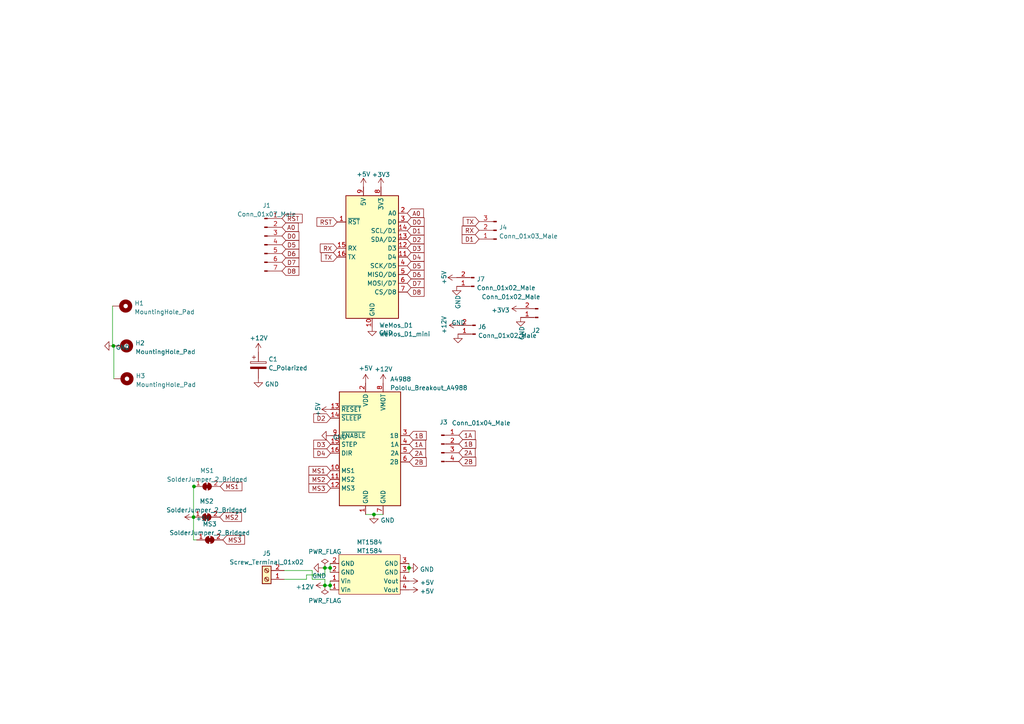
<source format=kicad_sch>
(kicad_sch (version 20211123) (generator eeschema)
  (paper "A4")
  (lib_symbols
    (symbol "Connector:Conn_01x02_Male" (pin_names (offset 1.016) hide)
      (property "Reference" "J" (at 0 2.54 0))
      (property "Value" "Conn_01x02_Male" (at 0 -5.08 0))
      (symbol "Conn_01x02_Male_1_1"
        (polyline (pts (xy 1.27 -2.54) (xy 0.8636 -2.54)) (stroke (width 0.1524)))
        (polyline (pts (xy 1.27 0) (xy 0.8636 0)) (stroke (width 0.1524)))
        (rectangle (start 0.8636 -2.413) (end 0 -2.667) (stroke (width 0.1524)) (fill (type outline)))
        (rectangle (start 0.8636 0.127) (end 0 -0.127) (stroke (width 0.1524)) (fill (type outline)))
        (pin passive line (at 5.08 0 180) (length 3.81) (name "Pin_1") (number "1"))
        (pin passive line (at 5.08 -2.54 180) (length 3.81) (name "Pin_2") (number "2"))
      )
    )
    (symbol "Connector:Conn_01x03_Male" (pin_names (offset 1.016) hide)
      (property "Reference" "J" (at 0 5.08 0))
      (property "Value" "Conn_01x03_Male" (at 0 -5.08 0))
      (symbol "Conn_01x03_Male_1_1"
        (polyline (pts (xy 1.27 -2.54) (xy 0.8636 -2.54)) (stroke (width 0.1524)))
        (polyline (pts (xy 1.27 0) (xy 0.8636 0)) (stroke (width 0.1524)))
        (polyline (pts (xy 1.27 2.54) (xy 0.8636 2.54)) (stroke (width 0.1524)))
        (rectangle (start 0.8636 -2.413) (end 0 -2.667) (stroke (width 0.1524)) (fill (type outline)))
        (rectangle (start 0.8636 0.127) (end 0 -0.127) (stroke (width 0.1524)) (fill (type outline)))
        (rectangle (start 0.8636 2.667) (end 0 2.413) (stroke (width 0.1524)) (fill (type outline)))
        (pin passive line (at 5.08 2.54 180) (length 3.81) (name "Pin_1") (number "1"))
        (pin passive line (at 5.08 0 180) (length 3.81) (name "Pin_2") (number "2"))
        (pin passive line (at 5.08 -2.54 180) (length 3.81) (name "Pin_3") (number "3"))
      )
    )
    (symbol "Connector:Conn_01x04_Male" (pin_names (offset 1.016) hide)
      (property "Reference" "J" (at 0 5.08 0))
      (property "Value" "Conn_01x04_Male" (at 0 -7.62 0))
      (symbol "Conn_01x04_Male_1_1"
        (polyline (pts (xy 1.27 -5.08) (xy 0.8636 -5.08)) (stroke (width 0.1524)))
        (polyline (pts (xy 1.27 -2.54) (xy 0.8636 -2.54)) (stroke (width 0.1524)))
        (polyline (pts (xy 1.27 0) (xy 0.8636 0)) (stroke (width 0.1524)))
        (polyline (pts (xy 1.27 2.54) (xy 0.8636 2.54)) (stroke (width 0.1524)))
        (rectangle (start 0.8636 -4.953) (end 0 -5.207) (stroke (width 0.1524)) (fill (type outline)))
        (rectangle (start 0.8636 -2.413) (end 0 -2.667) (stroke (width 0.1524)) (fill (type outline)))
        (rectangle (start 0.8636 0.127) (end 0 -0.127) (stroke (width 0.1524)) (fill (type outline)))
        (rectangle (start 0.8636 2.667) (end 0 2.413) (stroke (width 0.1524)) (fill (type outline)))
        (pin passive line (at 5.08 2.54 180) (length 3.81) (name "Pin_1") (number "1"))
        (pin passive line (at 5.08 0 180) (length 3.81) (name "Pin_2") (number "2"))
        (pin passive line (at 5.08 -2.54 180) (length 3.81) (name "Pin_3") (number "3"))
        (pin passive line (at 5.08 -5.08 180) (length 3.81) (name "Pin_4") (number "4"))
      )
    )
    (symbol "Connector:Conn_01x07_Male" (pin_names (offset 1.016) hide)
      (property "Reference" "J" (at 0 10.16 0))
      (property "Value" "Conn_01x07_Male" (at 0 -10.16 0))
      (symbol "Conn_01x07_Male_1_1"
        (polyline (pts (xy 1.27 -7.62) (xy 0.8636 -7.62)) (stroke (width 0.1524)))
        (polyline (pts (xy 1.27 -5.08) (xy 0.8636 -5.08)) (stroke (width 0.1524)))
        (polyline (pts (xy 1.27 -2.54) (xy 0.8636 -2.54)) (stroke (width 0.1524)))
        (polyline (pts (xy 1.27 0) (xy 0.8636 0)) (stroke (width 0.1524)))
        (polyline (pts (xy 1.27 2.54) (xy 0.8636 2.54)) (stroke (width 0.1524)))
        (polyline (pts (xy 1.27 5.08) (xy 0.8636 5.08)) (stroke (width 0.1524)))
        (polyline (pts (xy 1.27 7.62) (xy 0.8636 7.62)) (stroke (width 0.1524)))
        (rectangle (start 0.8636 -7.493) (end 0 -7.747) (stroke (width 0.1524)) (fill (type outline)))
        (rectangle (start 0.8636 -4.953) (end 0 -5.207) (stroke (width 0.1524)) (fill (type outline)))
        (rectangle (start 0.8636 -2.413) (end 0 -2.667) (stroke (width 0.1524)) (fill (type outline)))
        (rectangle (start 0.8636 0.127) (end 0 -0.127) (stroke (width 0.1524)) (fill (type outline)))
        (rectangle (start 0.8636 2.667) (end 0 2.413) (stroke (width 0.1524)) (fill (type outline)))
        (rectangle (start 0.8636 5.207) (end 0 4.953) (stroke (width 0.1524)) (fill (type outline)))
        (rectangle (start 0.8636 7.747) (end 0 7.493) (stroke (width 0.1524)) (fill (type outline)))
        (pin passive line (at 5.08 7.62 180) (length 3.81) (name "Pin_1") (number "1"))
        (pin passive line (at 5.08 5.08 180) (length 3.81) (name "Pin_2") (number "2"))
        (pin passive line (at 5.08 2.54 180) (length 3.81) (name "Pin_3") (number "3"))
        (pin passive line (at 5.08 0 180) (length 3.81) (name "Pin_4") (number "4"))
        (pin passive line (at 5.08 -2.54 180) (length 3.81) (name "Pin_5") (number "5"))
        (pin passive line (at 5.08 -5.08 180) (length 3.81) (name "Pin_6") (number "6"))
        (pin passive line (at 5.08 -7.62 180) (length 3.81) (name "Pin_7") (number "7"))
      )
    )
    (symbol "Connector:Screw_Terminal_01x02" (pin_names (offset 1.016) hide)
      (property "Reference" "J" (at 0 2.54 0))
      (property "Value" "Screw_Terminal_01x02" (at 0 -5.08 0))
      (symbol "Screw_Terminal_01x02_1_1"
        (rectangle (start -1.27 1.27) (end 1.27 -3.81) (stroke (width 0.254)) (fill (type background)))
        (circle (center 0 -2.54) (radius 0.635) (stroke (width 0.1524)))
        (polyline (pts (xy -0.5334 -2.2098) (xy 0.3302 -3.048)) (stroke (width 0.1524)))
        (polyline (pts (xy -0.5334 0.3302) (xy 0.3302 -0.508)) (stroke (width 0.1524)))
        (polyline (pts (xy -0.3556 -2.032) (xy 0.508 -2.8702)) (stroke (width 0.1524)))
        (polyline (pts (xy -0.3556 0.508) (xy 0.508 -0.3302)) (stroke (width 0.1524)))
        (circle (center 0 0) (radius 0.635) (stroke (width 0.1524)))
        (pin passive line (at -5.08 0 0) (length 3.81) (name "Pin_1") (number "1"))
        (pin passive line (at -5.08 -2.54 0) (length 3.81) (name "Pin_2") (number "2"))
      )
    )
    (symbol "Device:C_Polarized" (pin_numbers hide) (pin_names (offset 0.254))
      (property "Reference" "C" (at 0.635 2.54 0))
      (property "Value" "C_Polarized" (at 0.635 -2.54 0))
      (symbol "C_Polarized_0_1"
        (rectangle (start -2.286 0.508) (end 2.286 1.016))
        (polyline (pts (xy -1.778 2.286) (xy -0.762 2.286)))
        (polyline (pts (xy -1.27 2.794) (xy -1.27 1.778)))
        (rectangle (start 2.286 -0.508) (end -2.286 -1.016) (fill (type outline)))
      )
      (symbol "C_Polarized_1_1"
        (pin passive line (at 0 3.81 270) (length 2.794) (name "~") (number "1"))
        (pin passive line (at 0 -3.81 90) (length 2.794) (name "~") (number "2"))
      )
    )
    (symbol "Driver_Motor:Pololu_Breakout_A4988"
      (property "Reference" "A" (at -2.54 19.05 0))
      (property "Value" "Pololu_Breakout_A4988" (at -2.54 16.51 0))
      (symbol "Pololu_Breakout_A4988_0_1"
        (rectangle (start 10.16 -17.78) (end -7.62 15.24) (stroke (width 0.254)) (fill (type background)))
      )
      (symbol "Pololu_Breakout_A4988_1_1"
        (pin power_in line (at 0 -20.32 90) (length 2.54) (name "GND") (number "1"))
        (pin input line (at -10.16 -7.62 0) (length 2.54) (name "MS1") (number "10"))
        (pin input line (at -10.16 -10.16 0) (length 2.54) (name "MS2") (number "11"))
        (pin input line (at -10.16 -12.7 0) (length 2.54) (name "MS3") (number "12"))
        (pin input line (at -10.16 10.16 0) (length 2.54) (name "~{RESET}") (number "13"))
        (pin input line (at -10.16 7.62 0) (length 2.54) (name "~{SLEEP}") (number "14"))
        (pin input line (at -10.16 0 0) (length 2.54) (name "STEP") (number "15"))
        (pin input line (at -10.16 -2.54 0) (length 2.54) (name "DIR") (number "16"))
        (pin power_in line (at 0 17.78 270) (length 2.54) (name "VDD") (number "2"))
        (pin output line (at 12.7 2.54 180) (length 2.54) (name "1B") (number "3"))
        (pin output line (at 12.7 0 180) (length 2.54) (name "1A") (number "4"))
        (pin output line (at 12.7 -2.54 180) (length 2.54) (name "2A") (number "5"))
        (pin output line (at 12.7 -5.08 180) (length 2.54) (name "2B") (number "6"))
        (pin power_in line (at 5.08 -20.32 90) (length 2.54) (name "GND") (number "7"))
        (pin power_in line (at 5.08 17.78 270) (length 2.54) (name "VMOT") (number "8"))
        (pin input line (at -10.16 2.54 0) (length 2.54) (name "~{ENABLE}") (number "9"))
      )
    )
    (symbol "Jumper:SolderJumper_2_Bridged" (pin_names (offset 0) hide)
      (property "Reference" "JP" (at 0 2.032 0))
      (property "Value" "SolderJumper_2_Bridged" (at 0 -2.54 0))
      (symbol "SolderJumper_2_Bridged_0_1"
        (rectangle (start -0.508 0.508) (end 0.508 -0.508) (fill (type outline)))
        (arc (start -0.254 1.016) (mid -1.27 0) (end -0.254 -1.016))
        (arc (start -0.254 1.016) (mid -1.27 0) (end -0.254 -1.016) (fill (type outline)))
        (polyline (pts (xy -0.254 1.016) (xy -0.254 -1.016)))
        (polyline (pts (xy 0.254 1.016) (xy 0.254 -1.016)))
        (arc (start 0.254 -1.016) (mid 1.27 0) (end 0.254 1.016))
        (arc (start 0.254 -1.016) (mid 1.27 0) (end 0.254 1.016) (fill (type outline)))
      )
      (symbol "SolderJumper_2_Bridged_1_1"
        (pin passive line (at -3.81 0 0) (length 2.54) (name "A") (number "1"))
        (pin passive line (at 3.81 0 180) (length 2.54) (name "B") (number "2"))
      )
    )
    (symbol "MCU_Module:WeMos_D1_mini"
      (property "Reference" "U" (at 3.81 19.05 0))
      (property "Value" "WeMos_D1_mini" (at 1.27 -19.05 0))
      (symbol "WeMos_D1_mini_1_1"
        (rectangle (start -7.62 17.78) (end 7.62 -17.78) (stroke (width 0.254)) (fill (type background)))
        (pin input line (at -10.16 10.16 0) (length 2.54) (name "~{RST}") (number "1"))
        (pin power_in line (at 0 -20.32 90) (length 2.54) (name "GND") (number "10"))
        (pin bidirectional line (at 10.16 0 180) (length 2.54) (name "D4") (number "11"))
        (pin bidirectional line (at 10.16 2.54 180) (length 2.54) (name "D3") (number "12"))
        (pin bidirectional line (at 10.16 5.08 180) (length 2.54) (name "SDA/D2") (number "13"))
        (pin bidirectional line (at 10.16 7.62 180) (length 2.54) (name "SCL/D1") (number "14"))
        (pin input line (at -10.16 2.54 0) (length 2.54) (name "RX") (number "15"))
        (pin output line (at -10.16 0 0) (length 2.54) (name "TX") (number "16"))
        (pin input line (at 10.16 12.7 180) (length 2.54) (name "A0") (number "2"))
        (pin bidirectional line (at 10.16 10.16 180) (length 2.54) (name "D0") (number "3"))
        (pin bidirectional line (at 10.16 -2.54 180) (length 2.54) (name "SCK/D5") (number "4"))
        (pin bidirectional line (at 10.16 -5.08 180) (length 2.54) (name "MISO/D6") (number "5"))
        (pin bidirectional line (at 10.16 -7.62 180) (length 2.54) (name "MOSI/D7") (number "6"))
        (pin bidirectional line (at 10.16 -10.16 180) (length 2.54) (name "CS/D8") (number "7"))
        (pin power_out line (at 2.54 20.32 270) (length 2.54) (name "3V3") (number "8"))
        (pin power_in line (at -2.54 20.32 270) (length 2.54) (name "5V") (number "9"))
      )
    )
    (symbol "Mechanical:MountingHole_Pad" (pin_numbers hide) (pin_names (offset 1.016) hide)
      (property "Reference" "H" (at 0 6.35 0))
      (property "Value" "MountingHole_Pad" (at 0 4.445 0))
      (symbol "MountingHole_Pad_0_1"
        (circle (center 0 1.27) (radius 1.27) (stroke (width 1.27)))
      )
      (symbol "MountingHole_Pad_1_1"
        (pin input line (at 0 -2.54 90) (length 2.54) (name "1") (number "1"))
      )
    )
    (symbol "lsr:MT1584"
      (property "Reference" "U" (at 0 6.35 0))
      (property "Value" "MT1584" (at 0 -7.62 0))
      (symbol "MT1584_0_0"
        (pin power_in line (at -11.43 -5.08 0) (length 2.54) (name "Vin") (number "1"))
        (pin power_in line (at -11.43 -2.54 0) (length 2.54) (name "Vin") (number "1"))
        (pin power_in line (at -11.43 0 0) (length 2.54) (name "GND") (number "2"))
        (pin power_in line (at -11.43 2.54 0) (length 2.54) (name "GND") (number "2"))
        (pin power_in line (at 11.43 0 180) (length 2.54) (name "GND") (number "3"))
        (pin power_in line (at 11.43 2.54 180) (length 2.54) (name "GND") (number "3"))
        (pin passive line (at 11.43 -5.08 180) (length 2.54) (name "Vout") (number "4"))
        (pin power_out line (at 11.43 -2.54 180) (length 2.54) (name "Vout") (number "4"))
      )
      (symbol "MT1584_0_1"
        (rectangle (start -8.89 5.08) (end 8.89 -6.35) (stroke (width 0.1524)) (fill (type background)))
      )
    )
    (symbol "power:+12V" (power) (pin_names (offset 0))
      (property "Value" "+12V" (at 0 3.556 0))
      (symbol "+12V_0_1"
        (polyline (pts (xy -0.762 1.27) (xy 0 2.54)))
        (polyline (pts (xy 0 0) (xy 0 2.54)))
        (polyline (pts (xy 0 2.54) (xy 0.762 1.27)))
      )
      (symbol "+12V_1_1"
        (pin power_in line (at 0 0 90) (length 0) hide (name "+12V") (number "1"))
      )
    )
    (symbol "power:+3.3V" (power) (pin_names (offset 0))
      (property "Value" "+3.3V" (at 0 3.556 0))
      (symbol "+3.3V_0_1"
        (polyline (pts (xy -0.762 1.27) (xy 0 2.54)))
        (polyline (pts (xy 0 0) (xy 0 2.54)))
        (polyline (pts (xy 0 2.54) (xy 0.762 1.27)))
      )
      (symbol "+3.3V_1_1"
        (pin power_in line (at 0 0 90) (length 0) hide (name "+3V3") (number "1"))
      )
    )
    (symbol "power:+5V" (power) (pin_names (offset 0))
      (property "Value" "+5V" (at 0 3.556 0))
      (symbol "+5V_0_1"
        (polyline (pts (xy -0.762 1.27) (xy 0 2.54)))
        (polyline (pts (xy 0 0) (xy 0 2.54)))
        (polyline (pts (xy 0 2.54) (xy 0.762 1.27)))
      )
      (symbol "+5V_1_1"
        (pin power_in line (at 0 0 90) (length 0) hide (name "+5V") (number "1"))
      )
    )
    (symbol "power:GND" (power) (pin_names (offset 0))
      (property "Value" "GND" (at 0 -3.81 0))
      (symbol "GND_0_1"
        (polyline (pts (xy 0 0) (xy 0 -1.27) (xy 1.27 -1.27) (xy 0 -2.54) (xy -1.27 -1.27) (xy 0 -1.27)))
      )
      (symbol "GND_1_1"
        (pin power_in line (at 0 0 270) (length 0) hide (name "GND") (number "1"))
      )
    )
    (symbol "power:PWR_FLAG" (power) (pin_numbers hide) (pin_names (offset 0) hide)
      (property "Value" "PWR_FLAG" (at 0 3.81 0))
      (symbol "PWR_FLAG_0_0"
        (pin power_out line (at 0 0 90) (length 0) (name "pwr") (number "1"))
      )
      (symbol "PWR_FLAG_0_1"
        (polyline (pts (xy 0 0) (xy 0 1.27) (xy -1.016 1.905) (xy 0 2.54) (xy 1.016 1.905) (xy 0 1.27)))
      )
    )
  )
  (junction (at 95.758 164.719))
  (junction (at 94.234 164.719))
  (junction (at 94.234 169.799))
  (junction (at 95.758 169.799))
  (junction (at 118.618 164.719))
  (junction (at 32.893 100.33))
  (junction (at 56.261 141.097))
  (junction (at 108.458 149.225))
  (junction (at 56.134 149.987))
  (wire (pts (xy 32.639 100.33) (xy 32.893 100.33)))
  (wire (pts (xy 90.551 168.021) (xy 94.234 168.021)))
  (wire (pts (xy 94.234 164.719) (xy 95.758 164.719)))
  (wire (pts (xy 32.893 100.33) (xy 33.02 100.33)))
  (wire (pts (xy 90.551 165.481) (xy 90.551 168.021)))
  (wire (pts (xy 95.758 164.719) (xy 95.758 165.989)))
  (wire (pts (xy 82.423 168.021) (xy 88.9 168.021)))
  (wire (pts (xy 93.599 164.719) (xy 94.234 164.719)))
  (wire (pts (xy 56.134 149.987) (xy 56.134 141.097)))
  (wire (pts (xy 118.618 164.719) (xy 118.618 165.989)))
  (wire (pts (xy 94.234 164.719) (xy 94.234 166.751)))
  (wire (pts (xy 108.458 149.225) (xy 111.125 149.225)))
  (wire (pts (xy 106.045 149.225) (xy 108.458 149.225)))
  (wire (pts (xy 95.758 168.529) (xy 95.758 169.799)))
  (wire (pts (xy 94.234 169.799) (xy 95.758 169.799)))
  (wire (pts (xy 118.618 163.449) (xy 118.618 164.719)))
  (wire (pts (xy 82.423 165.481) (xy 90.551 165.481)))
  (wire (pts (xy 56.134 156.591) (xy 57.023 156.591)))
  (wire (pts (xy 56.134 141.097) (xy 56.261 141.097)))
  (wire (pts (xy 88.9 166.751) (xy 94.234 166.751)))
  (wire (pts (xy 56.134 149.987) (xy 56.134 156.591)))
  (wire (pts (xy 95.758 169.799) (xy 95.758 171.069)))
  (wire (pts (xy 94.234 168.021) (xy 94.234 169.799)))
  (wire (pts (xy 33.02 100.33) (xy 33.02 109.855)))
  (wire (pts (xy 56.515 149.987) (xy 56.134 149.987)))
  (wire (pts (xy 88.9 168.021) (xy 88.9 166.751)))
  (wire (pts (xy 95.758 163.449) (xy 95.758 164.719)))
  (wire (pts (xy 32.639 88.773) (xy 32.639 100.33)))
  (global_label "A0" (shape input) (at 118.11 61.849 0) (property "Intersheet References" "${INTERSHEET_REFS}" (effects hide)))
  (global_label "TX" (shape input) (at 138.938 64.262 180) (property "Intersheet References" "${INTERSHEET_REFS}" (effects hide)))
  (global_label "RST" (shape input) (at 97.79 64.389 180) (property "Intersheet References" "${INTERSHEET_REFS}" (effects hide)))
  (global_label "1B" (shape input) (at 118.745 126.365 0) (property "Intersheet References" "${INTERSHEET_REFS}" (effects hide)))
  (global_label "D0" (shape input) (at 81.788 68.453 0) (property "Intersheet References" "${INTERSHEET_REFS}" (effects hide)))
  (global_label "MS2" (shape input) (at 95.885 139.065 180) (property "Intersheet References" "${INTERSHEET_REFS}" (effects hide)))
  (global_label "MS3" (shape input) (at 64.643 156.591 0) (property "Intersheet References" "${INTERSHEET_REFS}" (effects hide)))
  (global_label "2A" (shape input) (at 133.096 131.318 0) (property "Intersheet References" "${INTERSHEET_REFS}" (effects hide)))
  (global_label "D1" (shape input) (at 118.11 66.929 0) (property "Intersheet References" "${INTERSHEET_REFS}" (effects hide)))
  (global_label "D7" (shape input) (at 81.788 76.073 0) (property "Intersheet References" "${INTERSHEET_REFS}" (effects hide)))
  (global_label "D6" (shape input) (at 81.788 73.533 0) (property "Intersheet References" "${INTERSHEET_REFS}" (effects hide)))
  (global_label "1B" (shape input) (at 133.096 128.778 0) (property "Intersheet References" "${INTERSHEET_REFS}" (effects hide)))
  (global_label "D2" (shape input) (at 95.885 121.285 180) (property "Intersheet References" "${INTERSHEET_REFS}" (effects hide)))
  (global_label "2B" (shape input) (at 133.096 133.858 0) (property "Intersheet References" "${INTERSHEET_REFS}" (effects hide)))
  (global_label "D8" (shape input) (at 118.11 84.709 0) (property "Intersheet References" "${INTERSHEET_REFS}" (effects hide)))
  (global_label "D7" (shape input) (at 118.11 82.169 0) (property "Intersheet References" "${INTERSHEET_REFS}" (effects hide)))
  (global_label "MS1" (shape input) (at 63.881 141.097 0) (property "Intersheet References" "${INTERSHEET_REFS}" (effects hide)))
  (global_label "RX" (shape input) (at 138.938 66.802 180) (property "Intersheet References" "${INTERSHEET_REFS}" (effects hide)))
  (global_label "D5" (shape input) (at 81.788 70.993 0) (property "Intersheet References" "${INTERSHEET_REFS}" (effects hide)))
  (global_label "D8" (shape input) (at 81.788 78.613 0) (property "Intersheet References" "${INTERSHEET_REFS}" (effects hide)))
  (global_label "D3" (shape input) (at 95.885 128.905 180) (property "Intersheet References" "${INTERSHEET_REFS}" (effects hide)))
  (global_label "MS2" (shape input) (at 63.754 149.987 0) (property "Intersheet References" "${INTERSHEET_REFS}" (effects hide)))
  (global_label "TX" (shape input) (at 97.79 74.549 180) (property "Intersheet References" "${INTERSHEET_REFS}" (effects hide)))
  (global_label "1A" (shape input) (at 118.745 128.905 0) (property "Intersheet References" "${INTERSHEET_REFS}" (effects hide)))
  (global_label "D4" (shape input) (at 118.11 74.549 0) (property "Intersheet References" "${INTERSHEET_REFS}" (effects hide)))
  (global_label "D0" (shape input) (at 118.11 64.389 0) (property "Intersheet References" "${INTERSHEET_REFS}" (effects hide)))
  (global_label "D3" (shape input) (at 118.11 72.009 0) (property "Intersheet References" "${INTERSHEET_REFS}" (effects hide)))
  (global_label "D5" (shape input) (at 118.11 77.089 0) (property "Intersheet References" "${INTERSHEET_REFS}" (effects hide)))
  (global_label "2B" (shape input) (at 118.745 133.985 0) (property "Intersheet References" "${INTERSHEET_REFS}" (effects hide)))
  (global_label "2A" (shape input) (at 118.745 131.445 0) (property "Intersheet References" "${INTERSHEET_REFS}" (effects hide)))
  (global_label "RST" (shape input) (at 81.788 63.373 0) (property "Intersheet References" "${INTERSHEET_REFS}" (effects hide)))
  (global_label "D2" (shape input) (at 118.11 69.469 0) (property "Intersheet References" "${INTERSHEET_REFS}" (effects hide)))
  (global_label "RX" (shape input) (at 97.79 72.009 180) (property "Intersheet References" "${INTERSHEET_REFS}" (effects hide)))
  (global_label "MS1" (shape input) (at 95.885 136.525 180) (property "Intersheet References" "${INTERSHEET_REFS}" (effects hide)))
  (global_label "MS3" (shape input) (at 95.885 141.605 180) (property "Intersheet References" "${INTERSHEET_REFS}" (effects hide)))
  (global_label "1A" (shape input) (at 133.096 126.238 0) (property "Intersheet References" "${INTERSHEET_REFS}" (effects hide)))
  (global_label "D1" (shape input) (at 138.938 69.342 180) (property "Intersheet References" "${INTERSHEET_REFS}" (effects hide)))
  (global_label "D6" (shape input) (at 118.11 79.629 0) (property "Intersheet References" "${INTERSHEET_REFS}" (effects hide)))
  (global_label "D4" (shape input) (at 95.885 131.445 180) (property "Intersheet References" "${INTERSHEET_REFS}" (effects hide)))
  (global_label "A0" (shape input) (at 81.788 65.913 0) (property "Intersheet References" "${INTERSHEET_REFS}" (effects hide)))
  (symbol (lib_id "power:PWR_FLAG") (at 94.234 169.799 180) (unit 1)
    (property "Reference" "#12V01" (effects hide))
    (property "Value" "PWR_FLAG" (at 94.234 174.2424 0))
  )
  (symbol (lib_id "Connector:Conn_01x03_Male") (at 144.018 66.802 180) (unit 1)
    (property "Reference" "J4" (at 144.7292 65.9673 0) (effects (justify right)))
    (property "Value" "Conn_01x03_Male" (at 144.7292 68.5042 0) (effects (justify right)))
    (property "Footprint" "Connector_PinHeader_2.54mm:PinHeader_1x03_P2.54mm_Vertical" (effects hide))
  )
  (symbol (lib_id "Connector:Conn_01x02_Male") (at 137.541 83.058 180) (unit 1)
    (property "Reference" "J7" (at 138.2522 80.9533 0) (effects (justify right)))
    (property "Value" "Conn_01x02_Male" (at 138.2522 83.4902 0) (effects (justify right)))
    (property "Footprint" "Connector_PinHeader_2.54mm:PinHeader_1x02_P2.54mm_Vertical" (effects hide))
  )
  (symbol (lib_id "Jumper:SolderJumper_2_Bridged") (at 59.944 149.987 0) (unit 1)
    (property "Reference" "MS2" (at 59.944 145.3982 0))
    (property "Value" "SolderJumper_2_Bridged" (at 59.944 147.9351 0))
    (property "Footprint" "Jumper:SolderJumper-2_P1.3mm_Bridged_Pad1.0x1.5mm" (effects hide))
  )
  (symbol (lib_id "power:+3.3V") (at 110.49 54.229 0) (unit 1)
    (property "Reference" "#PWR09" (effects hide))
    (property "Value" "+3.3V" (at 110.49 50.6532 0))
  )
  (symbol (lib_id "power:+3.3V") (at 151.003 89.535 90) (unit 1)
    (property "Reference" "#PWR017" (effects hide))
    (property "Value" "+3.3V" (at 147.828 89.9688 90) (effects (justify left)))
  )
  (symbol (lib_id "power:+5V") (at 56.134 149.987 90) (unit 1)
    (property "Reference" "#PWR01" (effects hide))
    (property "Value" "+5V" (at 56.769 150.4208 90) (effects (justify right)))
  )
  (symbol (lib_id "power:+5V") (at 132.461 80.518 90) (unit 1)
    (property "Reference" "#PWR014" (effects hide))
    (property "Value" "+5V" (at 128.778 82.55 0) (effects (justify left)))
  )
  (symbol (lib_id "power:GND") (at 32.893 100.33 270) (unit 1)
    (property "Reference" "#PWR0103" (effects hide))
    (property "Value" "GND" (at 33.528 100.7638 90) (effects (justify left)))
  )
  (symbol (lib_id "Jumper:SolderJumper_2_Bridged") (at 60.833 156.591 0) (unit 1)
    (property "Reference" "MS3" (at 60.833 152.0022 0))
    (property "Value" "SolderJumper_2_Bridged" (at 60.833 154.5391 0))
    (property "Footprint" "Jumper:SolderJumper-2_P1.3mm_Bridged_Pad1.0x1.5mm" (effects hide))
  )
  (symbol (lib_id "Driver_Motor:Pololu_Breakout_A4988") (at 106.045 128.905 0) (unit 1)
    (property "Reference" "A4988" (at 113.1444 109.9652 0) (effects (justify left)))
    (property "Value" "Pololu_Breakout_A4988" (at 113.1444 112.5021 0) (effects (justify left)))
    (property "Footprint" "Module:Pololu_Breakout-16_15.2x20.3mm" (effects hide))
    (property "Datasheet" "https://www.pololu.com/product/2980/pictures" (effects hide))
  )
  (symbol (lib_id "power:GND") (at 74.93 109.728 0) (unit 1)
    (property "Reference" "#PWR019" (effects hide))
    (property "Value" "GND" (at 76.835 111.4318 0) (effects (justify left)))
  )
  (symbol (lib_id "Mechanical:MountingHole_Pad") (at 35.56 109.855 270) (unit 1)
    (property "Reference" "H3" (at 39.37 109.0203 90) (effects (justify left)))
    (property "Value" "MountingHole_Pad" (at 39.37 111.5572 90) (effects (justify left)))
    (property "Footprint" "MountingHole:MountingHole_2.7mm_M2.5_DIN965_Pad_TopBottom" (effects hide))
  )
  (symbol (lib_id "power:+12V") (at 111.125 111.125 0) (unit 1)
    (property "Reference" "#PWR010" (effects hide))
    (property "Value" "+12V" (at 108.585 107.061 0) (effects (justify left)))
  )
  (symbol (lib_id "power:GND") (at 118.618 164.719 90) (unit 1)
    (property "Reference" "#PWR011" (effects hide))
    (property "Value" "GND" (at 121.793 165.1528 90) (effects (justify right)))
  )
  (symbol (lib_id "Connector:Screw_Terminal_01x02") (at 77.343 168.021 180) (unit 1)
    (property "Reference" "J5" (at 77.343 160.5112 0))
    (property "Value" "Screw_Terminal_01x02" (at 77.343 163.0481 0))
    (property "Footprint" "TerminalBlock:TerminalBlock_bornier-2_P5.08mm" (effects hide))
  )
  (symbol (lib_id "power:+5V") (at 105.41 54.229 0) (unit 1)
    (property "Reference" "#PWR05" (effects hide))
    (property "Value" "+5V" (at 103.378 50.546 0) (effects (justify left)))
  )
  (symbol (lib_id "power:GND") (at 93.599 164.719 270) (unit 1)
    (property "Reference" "#PWR03" (effects hide))
    (property "Value" "GND" (at 90.551 167.005 90) (effects (justify left)))
  )
  (symbol (lib_id "power:+12V") (at 132.842 94.361 90) (unit 1)
    (property "Reference" "#PWR015" (effects hide))
    (property "Value" "+12V" (at 128.778 96.901 0) (effects (justify left)))
  )
  (symbol (lib_id "Connector:Conn_01x04_Male") (at 128.016 128.778 0) (unit 1)
    (property "Reference" "J3" (at 128.651 122.462 0))
    (property "Value" "Conn_01x04_Male" (at 139.573 122.682 0))
    (property "Footprint" "Connector_PinHeader_2.54mm:PinHeader_1x04_P2.54mm_Vertical" (effects hide))
  )
  (symbol (lib_id "power:GND") (at 132.842 96.901 0) (unit 1)
    (property "Reference" "#PWR016" (effects hide))
    (property "Value" "GND" (at 130.937 93.599 0) (effects (justify left)))
  )
  (symbol (lib_id "power:PWR_FLAG") (at 94.234 164.719 0) (unit 1)
    (property "Reference" "#GND01" (effects hide))
    (property "Value" "PWR_FLAG" (at 89.408 160.02 0) (effects (justify left)))
  )
  (symbol (lib_id "Mechanical:MountingHole_Pad") (at 35.179 88.773 270) (unit 1)
    (property "Reference" "H1" (at 38.989 87.9383 90) (effects (justify left)))
    (property "Value" "MountingHole_Pad" (at 38.989 90.4752 90) (effects (justify left)))
    (property "Footprint" "MountingHole:MountingHole_2.7mm_M2.5_DIN965_Pad_TopBottom" (effects hide))
  )
  (symbol (lib_id "Connector:Conn_01x02_Male") (at 137.922 96.901 180) (unit 1)
    (property "Reference" "J6" (at 138.6332 94.7963 0) (effects (justify right)))
    (property "Value" "Conn_01x02_Male" (at 138.6332 97.3332 0) (effects (justify right)))
    (property "Footprint" "Connector_PinHeader_2.54mm:PinHeader_1x02_P2.54mm_Vertical" (effects hide))
  )
  (symbol (lib_id "power:+5V") (at 118.618 168.529 270) (unit 1)
    (property "Reference" "#PWR0104" (effects hide))
    (property "Value" "+5V" (at 121.793 168.9628 90) (effects (justify left)))
  )
  (symbol (lib_id "power:GND") (at 107.95 94.869 0) (unit 1)
    (property "Reference" "#PWR07" (effects hide))
    (property "Value" "GND" (at 109.855 96.5728 0) (effects (justify left)))
  )
  (symbol (lib_id "power:GND") (at 95.885 126.365 270) (unit 1)
    (property "Reference" "#PWR0101" (effects hide))
    (property "Value" "GND" (at 96.52 126.7988 90) (effects (justify left)))
  )
  (symbol (lib_id "Jumper:SolderJumper_2_Bridged") (at 60.071 141.097 0) (unit 1)
    (property "Reference" "MS1" (at 60.071 136.5082 0))
    (property "Value" "SolderJumper_2_Bridged" (at 60.071 139.0451 0))
    (property "Footprint" "Jumper:SolderJumper-2_P1.3mm_Bridged_Pad1.0x1.5mm" (effects hide))
  )
  (symbol (lib_id "power:GND") (at 132.461 83.058 0) (unit 1)
    (property "Reference" "#PWR013" (effects hide))
    (property "Value" "GND" (at 132.842 89.662 90) (effects (justify left)))
  )
  (symbol (lib_id "Mechanical:MountingHole_Pad") (at 35.433 100.33 270) (unit 1)
    (property "Reference" "H2" (at 39.243 99.4953 90) (effects (justify left)))
    (property "Value" "MountingHole_Pad" (at 39.243 102.0322 90) (effects (justify left)))
    (property "Footprint" "MountingHole:MountingHole_2.7mm_M2.5_DIN965_Pad_TopBottom" (effects hide))
  )
  (symbol (lib_id "Connector:Conn_01x02_Male") (at 156.083 92.075 180) (unit 1)
    (property "Reference" "J2" (at 155.448 95.851 0))
    (property "Value" "Conn_01x02_Male" (at 148.209 86.106 0))
    (property "Footprint" "Connector_PinHeader_2.54mm:PinHeader_1x02_P2.54mm_Vertical" (effects hide))
  )
  (symbol (lib_id "power:GND") (at 151.003 92.075 0) (unit 1)
    (property "Reference" "#PWR02" (effects hide))
    (property "Value" "GND" (at 151.384 98.679 90) (effects (justify left)))
  )
  (symbol (lib_id "power:+5V") (at 106.045 111.125 0) (unit 1)
    (property "Reference" "#PWR06" (effects hide))
    (property "Value" "+5V" (at 104.013 106.807 0) (effects (justify left)))
  )
  (symbol (lib_id "power:+5V") (at 95.885 118.745 90) (unit 1)
    (property "Reference" "#PWR0102" (effects hide))
    (property "Value" "+5V" (at 92.202 120.777 0) (effects (justify left)))
  )
  (symbol (lib_id "Device:C_Polarized") (at 74.93 105.918 0) (unit 1)
    (property "Reference" "C1" (at 77.851 104.1943 0) (effects (justify left)))
    (property "Value" "C_Polarized" (at 77.851 106.7312 0) (effects (justify left)))
    (property "Footprint" "Capacitor_THT:CP_Radial_D5.0mm_P2.00mm" (effects hide))
  )
  (symbol (lib_id "MCU_Module:WeMos_D1_mini") (at 107.95 74.549 0) (unit 1)
    (property "Reference" "WeMos_D1" (at 109.9694 94.3594 0) (effects (justify left)))
    (property "Value" "WeMos_D1_mini" (at 109.9694 96.8963 0) (effects (justify left)))
    (property "Footprint" "Module:WEMOS_D1_mini_light" (effects hide))
    (property "Datasheet" "https://wiki.wemos.cc/products:d1:d1_mini#documentation" (effects hide))
  )
  (symbol (lib_id "power:+5V") (at 118.618 171.069 270) (unit 1)
    (property "Reference" "#PWR012" (effects hide))
    (property "Value" "+5V" (at 121.793 171.5028 90) (effects (justify left)))
  )
  (symbol (lib_id "Connector:Conn_01x07_Male") (at 76.708 70.993 0) (unit 1)
    (property "Reference" "J1" (at 77.343 59.597 0))
    (property "Value" "Conn_01x07_Male" (at 77.343 62.1339 0))
    (property "Footprint" "Connector_PinHeader_2.54mm:PinHeader_1x07_P2.54mm_Vertical" (effects hide))
  )
  (symbol (lib_id "power:+12V") (at 94.234 169.799 90) (unit 1)
    (property "Reference" "#PWR04" (effects hide))
    (property "Value" "+12V" (at 91.059 170.2328 90) (effects (justify left)))
  )
  (symbol (lib_id "power:GND") (at 108.458 149.225 0) (unit 1)
    (property "Reference" "#PWR08" (effects hide))
    (property "Value" "GND" (at 110.363 150.9288 0) (effects (justify left)))
  )
  (symbol (lib_id "lsr:MT1584") (at 107.188 165.989 0) (unit 1)
    (property "Reference" "MT1584" (at 107.188 157.26 0))
    (property "Value" "MT1584" (at 107.188 159.7969 0))
    (property "Footprint" "lsr:MP1584_buck_module" (effects hide))
  )
  (symbol (lib_id "power:+12V") (at 74.93 102.108 0) (unit 1)
    (property "Reference" "#PWR018" (effects hide))
    (property "Value" "+12V" (at 72.39 98.044 0) (effects (justify left)))
  )
)
</source>
